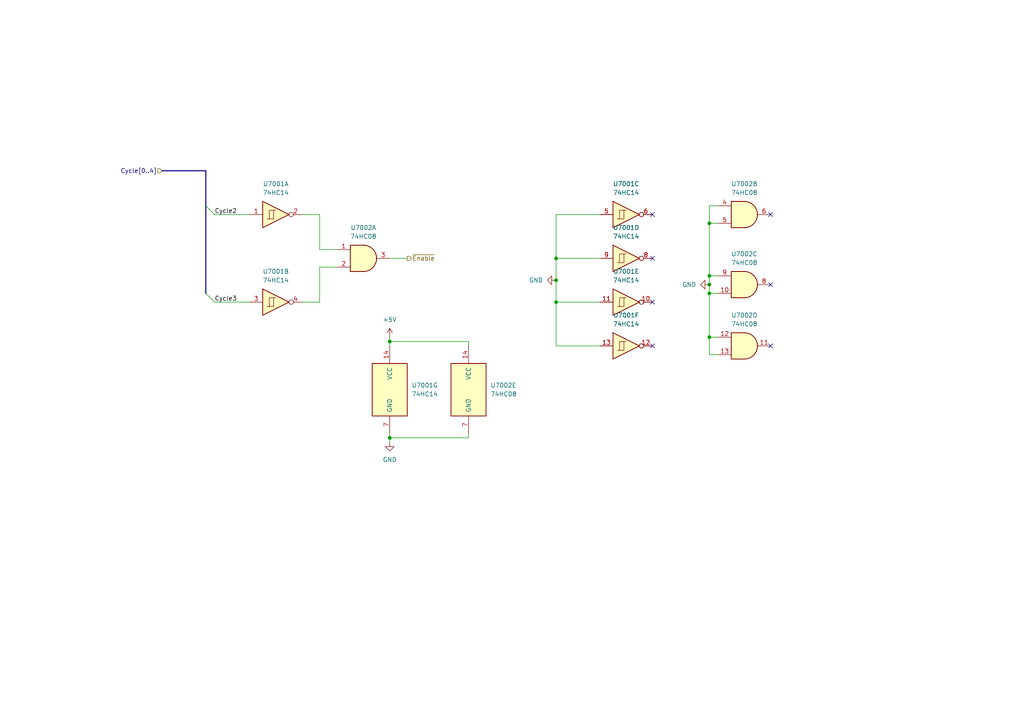
<source format=kicad_sch>
(kicad_sch (version 20231120) (generator "eeschema") (generator_version "8.0")
  (paper "A4")
  (lib_symbols
    (symbol "74xx:74HC14" (pin_names (offset 1.016))
      (property "Reference" "U" (at 0 1.27 0))
      (property "Value" "74HC14" (at 0 -1.27 0))
      (symbol "74HC14_1_0"
        (polyline (pts (xy -3.81 3.81) (xy -3.81 -3.81) (xy 3.81 0) (xy -3.81 3.81)) (stroke (width 0.254)) (fill (type background)))
        (pin input line (at -7.62 0 0) (length 3.81) (name "~") (number "1"))
        (pin output inverted (at 7.62 0 180) (length 3.81) (name "~") (number "2"))
      )
      (symbol "74HC14_1_1"
        (polyline (pts (xy -1.905 -1.27) (xy -1.905 1.27) (xy -0.635 1.27)))
        (polyline (pts (xy -2.54 -1.27) (xy -0.635 -1.27) (xy -0.635 1.27) (xy 0 1.27)))
      )
      (symbol "74HC14_2_0"
        (polyline (pts (xy -3.81 3.81) (xy -3.81 -3.81) (xy 3.81 0) (xy -3.81 3.81)) (stroke (width 0.254)) (fill (type background)))
        (pin input line (at -7.62 0 0) (length 3.81) (name "~") (number "3"))
        (pin output inverted (at 7.62 0 180) (length 3.81) (name "~") (number "4"))
      )
      (symbol "74HC14_2_1"
        (polyline (pts (xy -1.905 -1.27) (xy -1.905 1.27) (xy -0.635 1.27)))
        (polyline (pts (xy -2.54 -1.27) (xy -0.635 -1.27) (xy -0.635 1.27) (xy 0 1.27)))
      )
      (symbol "74HC14_3_0"
        (polyline (pts (xy -3.81 3.81) (xy -3.81 -3.81) (xy 3.81 0) (xy -3.81 3.81)) (stroke (width 0.254)) (fill (type background)))
        (pin input line (at -7.62 0 0) (length 3.81) (name "~") (number "5"))
        (pin output inverted (at 7.62 0 180) (length 3.81) (name "~") (number "6"))
      )
      (symbol "74HC14_3_1"
        (polyline (pts (xy -1.905 -1.27) (xy -1.905 1.27) (xy -0.635 1.27)))
        (polyline (pts (xy -2.54 -1.27) (xy -0.635 -1.27) (xy -0.635 1.27) (xy 0 1.27)))
      )
      (symbol "74HC14_4_0"
        (polyline (pts (xy -3.81 3.81) (xy -3.81 -3.81) (xy 3.81 0) (xy -3.81 3.81)) (stroke (width 0.254)) (fill (type background)))
        (pin output inverted (at 7.62 0 180) (length 3.81) (name "~") (number "8"))
        (pin input line (at -7.62 0 0) (length 3.81) (name "~") (number "9"))
      )
      (symbol "74HC14_4_1"
        (polyline (pts (xy -1.905 -1.27) (xy -1.905 1.27) (xy -0.635 1.27)))
        (polyline (pts (xy -2.54 -1.27) (xy -0.635 -1.27) (xy -0.635 1.27) (xy 0 1.27)))
      )
      (symbol "74HC14_5_0"
        (polyline (pts (xy -3.81 3.81) (xy -3.81 -3.81) (xy 3.81 0) (xy -3.81 3.81)) (stroke (width 0.254)) (fill (type background)))
        (pin output inverted (at 7.62 0 180) (length 3.81) (name "~") (number "10"))
        (pin input line (at -7.62 0 0) (length 3.81) (name "~") (number "11"))
      )
      (symbol "74HC14_5_1"
        (polyline (pts (xy -1.905 -1.27) (xy -1.905 1.27) (xy -0.635 1.27)))
        (polyline (pts (xy -2.54 -1.27) (xy -0.635 -1.27) (xy -0.635 1.27) (xy 0 1.27)))
      )
      (symbol "74HC14_6_0"
        (polyline (pts (xy -3.81 3.81) (xy -3.81 -3.81) (xy 3.81 0) (xy -3.81 3.81)) (stroke (width 0.254)) (fill (type background)))
        (pin output inverted (at 7.62 0 180) (length 3.81) (name "~") (number "12"))
        (pin input line (at -7.62 0 0) (length 3.81) (name "~") (number "13"))
      )
      (symbol "74HC14_6_1"
        (polyline (pts (xy -1.905 -1.27) (xy -1.905 1.27) (xy -0.635 1.27)))
        (polyline (pts (xy -2.54 -1.27) (xy -0.635 -1.27) (xy -0.635 1.27) (xy 0 1.27)))
      )
      (symbol "74HC14_7_0"
        (pin power_in line (at 0 12.7 270) (length 5.08) (name "VCC") (number "14"))
        (pin power_in line (at 0 -12.7 90) (length 5.08) (name "GND") (number "7"))
      )
      (symbol "74HC14_7_1"
        (rectangle (start -5.08 7.62) (end 5.08 -7.62) (stroke (width 0.254)) (fill (type background)))
      )
    )
    (symbol "74xx:74LS08" (pin_names (offset 1.016))
      (property "Reference" "U" (at 0 1.27 0))
      (property "Value" "74LS08" (at 0 -1.27 0))
      (symbol "74LS08_1_1"
        (arc (start 0 -3.81) (mid 3.7934 0) (end 0 3.81) (stroke (width 0.254)) (fill (type background)))
        (polyline (pts (xy 0 3.81) (xy -3.81 3.81) (xy -3.81 -3.81) (xy 0 -3.81)) (stroke (width 0.254)) (fill (type background)))
        (pin input line (at -7.62 2.54 0) (length 3.81) (name "~") (number "1"))
        (pin input line (at -7.62 -2.54 0) (length 3.81) (name "~") (number "2"))
        (pin output line (at 7.62 0 180) (length 3.81) (name "~") (number "3"))
      )
      (symbol "74LS08_1_2"
        (arc (start -3.81 -3.81) (mid -2.589 0) (end -3.81 3.81) (stroke (width 0.254)))
        (arc (start -0.6096 -3.81) (mid 2.1842 -2.5851) (end 3.81 0) (stroke (width 0.254)) (fill (type background)))
        (polyline (pts (xy -3.81 -3.81) (xy -0.635 -3.81)) (stroke (width 0.254)) (fill (type background)))
        (polyline (pts (xy -3.81 3.81) (xy -0.635 3.81)) (stroke (width 0.254)) (fill (type background)))
        (polyline (pts (xy -0.635 3.81) (xy -3.81 3.81) (xy -3.81 3.81) (xy -3.556 3.4036) (xy -3.0226 2.2606) (xy -2.6924 1.0414) (xy -2.6162 -0.254) (xy -2.7686 -1.4986) (xy -3.175 -2.7178) (xy -3.81 -3.81) (xy -3.81 -3.81) (xy -0.635 -3.81)) (stroke (width -25.4)) (fill (type background)))
        (arc (start 3.81 0) (mid 2.1915 2.5936) (end -0.6096 3.81) (stroke (width 0.254)) (fill (type background)))
        (pin input inverted (at -7.62 2.54 0) (length 4.318) (name "~") (number "1"))
        (pin input inverted (at -7.62 -2.54 0) (length 4.318) (name "~") (number "2"))
        (pin output inverted (at 7.62 0 180) (length 3.81) (name "~") (number "3"))
      )
      (symbol "74LS08_2_1"
        (arc (start 0 -3.81) (mid 3.7934 0) (end 0 3.81) (stroke (width 0.254)) (fill (type background)))
        (polyline (pts (xy 0 3.81) (xy -3.81 3.81) (xy -3.81 -3.81) (xy 0 -3.81)) (stroke (width 0.254)) (fill (type background)))
        (pin input line (at -7.62 2.54 0) (length 3.81) (name "~") (number "4"))
        (pin input line (at -7.62 -2.54 0) (length 3.81) (name "~") (number "5"))
        (pin output line (at 7.62 0 180) (length 3.81) (name "~") (number "6"))
      )
      (symbol "74LS08_2_2"
        (arc (start -3.81 -3.81) (mid -2.589 0) (end -3.81 3.81) (stroke (width 0.254)))
        (arc (start -0.6096 -3.81) (mid 2.1842 -2.5851) (end 3.81 0) (stroke (width 0.254)) (fill (type background)))
        (polyline (pts (xy -3.81 -3.81) (xy -0.635 -3.81)) (stroke (width 0.254)) (fill (type background)))
        (polyline (pts (xy -3.81 3.81) (xy -0.635 3.81)) (stroke (width 0.254)) (fill (type background)))
        (polyline (pts (xy -0.635 3.81) (xy -3.81 3.81) (xy -3.81 3.81) (xy -3.556 3.4036) (xy -3.0226 2.2606) (xy -2.6924 1.0414) (xy -2.6162 -0.254) (xy -2.7686 -1.4986) (xy -3.175 -2.7178) (xy -3.81 -3.81) (xy -3.81 -3.81) (xy -0.635 -3.81)) (stroke (width -25.4)) (fill (type background)))
        (arc (start 3.81 0) (mid 2.1915 2.5936) (end -0.6096 3.81) (stroke (width 0.254)) (fill (type background)))
        (pin input inverted (at -7.62 2.54 0) (length 4.318) (name "~") (number "4"))
        (pin input inverted (at -7.62 -2.54 0) (length 4.318) (name "~") (number "5"))
        (pin output inverted (at 7.62 0 180) (length 3.81) (name "~") (number "6"))
      )
      (symbol "74LS08_3_1"
        (arc (start 0 -3.81) (mid 3.7934 0) (end 0 3.81) (stroke (width 0.254)) (fill (type background)))
        (polyline (pts (xy 0 3.81) (xy -3.81 3.81) (xy -3.81 -3.81) (xy 0 -3.81)) (stroke (width 0.254)) (fill (type background)))
        (pin input line (at -7.62 -2.54 0) (length 3.81) (name "~") (number "10"))
        (pin output line (at 7.62 0 180) (length 3.81) (name "~") (number "8"))
        (pin input line (at -7.62 2.54 0) (length 3.81) (name "~") (number "9"))
      )
      (symbol "74LS08_3_2"
        (arc (start -3.81 -3.81) (mid -2.589 0) (end -3.81 3.81) (stroke (width 0.254)))
        (arc (start -0.6096 -3.81) (mid 2.1842 -2.5851) (end 3.81 0) (stroke (width 0.254)) (fill (type background)))
        (polyline (pts (xy -3.81 -3.81) (xy -0.635 -3.81)) (stroke (width 0.254)) (fill (type background)))
        (polyline (pts (xy -3.81 3.81) (xy -0.635 3.81)) (stroke (width 0.254)) (fill (type background)))
        (polyline (pts (xy -0.635 3.81) (xy -3.81 3.81) (xy -3.81 3.81) (xy -3.556 3.4036) (xy -3.0226 2.2606) (xy -2.6924 1.0414) (xy -2.6162 -0.254) (xy -2.7686 -1.4986) (xy -3.175 -2.7178) (xy -3.81 -3.81) (xy -3.81 -3.81) (xy -0.635 -3.81)) (stroke (width -25.4)) (fill (type background)))
        (arc (start 3.81 0) (mid 2.1915 2.5936) (end -0.6096 3.81) (stroke (width 0.254)) (fill (type background)))
        (pin input inverted (at -7.62 -2.54 0) (length 4.318) (name "~") (number "10"))
        (pin output inverted (at 7.62 0 180) (length 3.81) (name "~") (number "8"))
        (pin input inverted (at -7.62 2.54 0) (length 4.318) (name "~") (number "9"))
      )
      (symbol "74LS08_4_1"
        (arc (start 0 -3.81) (mid 3.7934 0) (end 0 3.81) (stroke (width 0.254)) (fill (type background)))
        (polyline (pts (xy 0 3.81) (xy -3.81 3.81) (xy -3.81 -3.81) (xy 0 -3.81)) (stroke (width 0.254)) (fill (type background)))
        (pin output line (at 7.62 0 180) (length 3.81) (name "~") (number "11"))
        (pin input line (at -7.62 2.54 0) (length 3.81) (name "~") (number "12"))
        (pin input line (at -7.62 -2.54 0) (length 3.81) (name "~") (number "13"))
      )
      (symbol "74LS08_4_2"
        (arc (start -3.81 -3.81) (mid -2.589 0) (end -3.81 3.81) (stroke (width 0.254)))
        (arc (start -0.6096 -3.81) (mid 2.1842 -2.5851) (end 3.81 0) (stroke (width 0.254)) (fill (type background)))
        (polyline (pts (xy -3.81 -3.81) (xy -0.635 -3.81)) (stroke (width 0.254)) (fill (type background)))
        (polyline (pts (xy -3.81 3.81) (xy -0.635 3.81)) (stroke (width 0.254)) (fill (type background)))
        (polyline (pts (xy -0.635 3.81) (xy -3.81 3.81) (xy -3.81 3.81) (xy -3.556 3.4036) (xy -3.0226 2.2606) (xy -2.6924 1.0414) (xy -2.6162 -0.254) (xy -2.7686 -1.4986) (xy -3.175 -2.7178) (xy -3.81 -3.81) (xy -3.81 -3.81) (xy -0.635 -3.81)) (stroke (width -25.4)) (fill (type background)))
        (arc (start 3.81 0) (mid 2.1915 2.5936) (end -0.6096 3.81) (stroke (width 0.254)) (fill (type background)))
        (pin output inverted (at 7.62 0 180) (length 3.81) (name "~") (number "11"))
        (pin input inverted (at -7.62 2.54 0) (length 4.318) (name "~") (number "12"))
        (pin input inverted (at -7.62 -2.54 0) (length 4.318) (name "~") (number "13"))
      )
      (symbol "74LS08_5_0"
        (pin power_in line (at 0 12.7 270) (length 5.08) (name "VCC") (number "14"))
        (pin power_in line (at 0 -12.7 90) (length 5.08) (name "GND") (number "7"))
      )
      (symbol "74LS08_5_1"
        (rectangle (start -5.08 7.62) (end 5.08 -7.62) (stroke (width 0.254)) (fill (type background)))
      )
    )
    (symbol "power:+5V" (power) (pin_numbers hide) (pin_names (offset 0) hide)
      (property "Value" "+5V" (at 0 3.556 0))
      (symbol "+5V_0_1"
        (polyline (pts (xy -0.762 1.27) (xy 0 2.54)))
        (polyline (pts (xy 0 0) (xy 0 2.54)))
        (polyline (pts (xy 0 2.54) (xy 0.762 1.27)))
      )
      (symbol "+5V_1_1"
        (pin power_in line (at 0 0 90) (length 0) (name "~") (number "1"))
      )
    )
    (symbol "power:GND" (power) (pin_numbers hide) (pin_names (offset 0) hide)
      (property "Value" "GND" (at 0 -3.81 0))
      (symbol "GND_0_1"
        (polyline (pts (xy 0 0) (xy 0 -1.27) (xy 1.27 -1.27) (xy 0 -2.54) (xy -1.27 -1.27) (xy 0 -1.27)))
      )
      (symbol "GND_1_1"
        (pin power_in line (at 0 0 270) (length 0) (name "~") (number "1"))
      )
    )
  )
  (junction (at 205.74 82.55))
  (junction (at 113.03 99.06))
  (junction (at 161.29 74.93))
  (junction (at 113.03 127))
  (junction (at 205.74 97.79))
  (junction (at 161.29 87.63))
  (junction (at 161.29 81.28))
  (junction (at 205.74 80.01))
  (junction (at 205.74 85.09))
  (junction (at 205.74 64.77))
  (no_connect (at 189.23 87.63))
  (no_connect (at 223.52 62.23))
  (no_connect (at 189.23 74.93))
  (no_connect (at 223.52 82.55))
  (no_connect (at 189.23 100.33))
  (no_connect (at 189.23 62.23))
  (no_connect (at 223.52 100.33))
  (bus_entry (at 59.69 85.09) (size 2.54 2.54))
  (bus_entry (at 59.69 59.69) (size 2.54 2.54))
  (wire (pts (xy 205.74 64.77) (xy 208.28 64.77)))
  (wire (pts (xy 113.03 99.06) (xy 135.89 99.06)))
  (wire (pts (xy 205.74 59.69) (xy 208.28 59.69)))
  (wire (pts (xy 87.63 62.23) (xy 92.71 62.23)))
  (bus (pts (xy 46.99 49.53) (xy 59.69 49.53)))
  (wire (pts (xy 113.03 127) (xy 113.03 128.27)))
  (wire (pts (xy 161.29 81.28) (xy 161.29 87.63)))
  (wire (pts (xy 113.03 125.73) (xy 113.03 127)))
  (wire (pts (xy 161.29 74.93) (xy 173.99 74.93)))
  (wire (pts (xy 92.71 77.47) (xy 97.79 77.47)))
  (wire (pts (xy 205.74 102.87) (xy 205.74 97.79)))
  (wire (pts (xy 205.74 80.01) (xy 208.28 80.01)))
  (wire (pts (xy 161.29 74.93) (xy 161.29 81.28)))
  (wire (pts (xy 205.74 64.77) (xy 205.74 59.69)))
  (wire (pts (xy 113.03 97.79) (xy 113.03 99.06)))
  (wire (pts (xy 135.89 127) (xy 135.89 125.73)))
  (wire (pts (xy 205.74 85.09) (xy 205.74 82.55)))
  (wire (pts (xy 173.99 62.23) (xy 161.29 62.23)))
  (wire (pts (xy 161.29 62.23) (xy 161.29 74.93)))
  (wire (pts (xy 205.74 82.55) (xy 205.74 80.01)))
  (wire (pts (xy 161.29 87.63) (xy 173.99 87.63)))
  (wire (pts (xy 205.74 97.79) (xy 208.28 97.79)))
  (wire (pts (xy 62.23 62.23) (xy 72.39 62.23)))
  (wire (pts (xy 113.03 127) (xy 135.89 127)))
  (wire (pts (xy 87.63 87.63) (xy 92.71 87.63)))
  (wire (pts (xy 62.23 87.63) (xy 72.39 87.63)))
  (wire (pts (xy 205.74 80.01) (xy 205.74 64.77)))
  (wire (pts (xy 113.03 99.06) (xy 113.03 100.33)))
  (wire (pts (xy 92.71 62.23) (xy 92.71 72.39)))
  (wire (pts (xy 205.74 85.09) (xy 208.28 85.09)))
  (bus (pts (xy 59.69 49.53) (xy 59.69 59.69)))
  (wire (pts (xy 113.03 74.93) (xy 118.11 74.93)))
  (wire (pts (xy 205.74 97.79) (xy 205.74 85.09)))
  (wire (pts (xy 92.71 87.63) (xy 92.71 77.47)))
  (wire (pts (xy 161.29 87.63) (xy 161.29 100.33)))
  (wire (pts (xy 208.28 102.87) (xy 205.74 102.87)))
  (bus (pts (xy 59.69 59.69) (xy 59.69 85.09)))
  (wire (pts (xy 135.89 99.06) (xy 135.89 100.33)))
  (wire (pts (xy 92.71 72.39) (xy 97.79 72.39)))
  (wire (pts (xy 161.29 100.33) (xy 173.99 100.33)))
  (label "Cycle2" (at 62.23 62.23 0))
  (label "Cycle3" (at 62.23 87.63 0))
  (hierarchical_label "Cycle[0..4]" (shape input) (at 46.99 49.53 180))
  (hierarchical_label "~{Enable}" (shape output) (at 118.11 74.93 0))
  (symbol (lib_id "power:GND") (at 161.29 81.28 270) (unit 1)
    (property "Reference" "#PWR07004" (effects (hide yes)))
    (property "Value" "GND" (at 157.48 81.2799 90) (effects (justify right)))
    (property "Description" "Power symbol creates a global label with name \"GND\" , ground" (effects (hide yes)))
  )
  (symbol (lib_id "74xx:74HC14") (at 80.01 87.63 0) (unit 2)
    (property "Reference" "U7001" (at 80.01 78.74 0))
    (property "Value" "74HC14" (at 80.01 81.28 0))
    (property "Footprint" "Package_SO:SOIC-14_3.9x8.7mm_P1.27mm" (effects (hide yes)))
    (property "Datasheet" "https://www.lcsc.com/datasheet/lcsc_datasheet_2407241044_Nexperia-74HC14D-653_C5605.pdf" (effects (hide yes)))
    (property "Description" "Hex inverter schmitt trigger" (effects (hide yes)))
    (property "LCSC" "C5605" (effects (hide yes)))
  )
  (symbol (lib_id "74xx:74LS08") (at 105.41 74.93 0) (unit 1)
    (property "Reference" "U7002" (at 105.4017 66.04 0))
    (property "Value" "74HC08" (at 105.4017 68.58 0))
    (property "Footprint" "Package_SO:SOIC-14_3.9x8.7mm_P1.27mm" (effects (hide yes)))
    (property "Datasheet" "https://www.lcsc.com/datasheet/lcsc_datasheet_2407241044_Nexperia-74HC08D-653_C5593.pdf" (effects (hide yes)))
    (property "Description" "Quad And2" (effects (hide yes)))
    (property "LCSC" "C5593" (effects (hide yes)))
  )
  (symbol (lib_id "power:GND") (at 205.74 82.55 270) (unit 1)
    (property "Reference" "#PWR07005" (effects (hide yes)))
    (property "Value" "GND" (at 201.93 82.5499 90) (effects (justify right)))
    (property "Description" "Power symbol creates a global label with name \"GND\" , ground" (effects (hide yes)))
  )
  (symbol (lib_id "74xx:74LS08") (at 135.89 113.03 0) (unit 5)
    (property "Reference" "U7002" (at 142.24 111.7599 0) (effects (justify left)))
    (property "Value" "74HC08" (at 142.24 114.2999 0) (effects (justify left)))
    (property "Footprint" "Package_SO:SOIC-14_3.9x8.7mm_P1.27mm" (effects (hide yes)))
    (property "Datasheet" "https://www.lcsc.com/datasheet/lcsc_datasheet_2407241044_Nexperia-74HC08D-653_C5593.pdf" (effects (hide yes)))
    (property "Description" "Quad And2" (effects (hide yes)))
    (property "LCSC" "C5593" (effects (hide yes)))
  )
  (symbol (lib_id "power:+5V") (at 113.03 97.79 0) (unit 1)
    (property "Reference" "#PWR07001" (effects (hide yes)))
    (property "Value" "+5V" (at 113.03 92.71 0))
    (property "Description" "Power symbol creates a global label with name \"+5V\"" (effects (hide yes)))
  )
  (symbol (lib_id "74xx:74LS08") (at 215.9 82.55 0) (unit 3)
    (property "Reference" "U7002" (at 215.8917 73.66 0))
    (property "Value" "74HC08" (at 215.8917 76.2 0))
    (property "Footprint" "Package_SO:SOIC-14_3.9x8.7mm_P1.27mm" (effects (hide yes)))
    (property "Datasheet" "https://www.lcsc.com/datasheet/lcsc_datasheet_2407241044_Nexperia-74HC08D-653_C5593.pdf" (effects (hide yes)))
    (property "Description" "Quad And2" (effects (hide yes)))
    (property "LCSC" "C5593" (effects (hide yes)))
  )
  (symbol (lib_id "74xx:74LS08") (at 215.9 62.23 0) (unit 2)
    (property "Reference" "U7002" (at 215.8917 53.34 0))
    (property "Value" "74HC08" (at 215.8917 55.88 0))
    (property "Footprint" "Package_SO:SOIC-14_3.9x8.7mm_P1.27mm" (effects (hide yes)))
    (property "Datasheet" "https://www.lcsc.com/datasheet/lcsc_datasheet_2407241044_Nexperia-74HC08D-653_C5593.pdf" (effects (hide yes)))
    (property "Description" "Quad And2" (effects (hide yes)))
    (property "LCSC" "C5593" (effects (hide yes)))
  )
  (symbol (lib_id "74xx:74LS08") (at 215.9 100.33 0) (unit 4)
    (property "Reference" "U7002" (at 215.8917 91.44 0))
    (property "Value" "74HC08" (at 215.8917 93.98 0))
    (property "Footprint" "Package_SO:SOIC-14_3.9x8.7mm_P1.27mm" (effects (hide yes)))
    (property "Datasheet" "https://www.lcsc.com/datasheet/lcsc_datasheet_2407241044_Nexperia-74HC08D-653_C5593.pdf" (effects (hide yes)))
    (property "Description" "Quad And2" (effects (hide yes)))
    (property "LCSC" "C5593" (effects (hide yes)))
  )
  (symbol (lib_id "74xx:74HC14") (at 80.01 62.23 0) (unit 1)
    (property "Reference" "U7001" (at 80.01 53.34 0))
    (property "Value" "74HC14" (at 80.01 55.88 0))
    (property "Footprint" "Package_SO:SOIC-14_3.9x8.7mm_P1.27mm" (effects (hide yes)))
    (property "Datasheet" "https://www.lcsc.com/datasheet/lcsc_datasheet_2407241044_Nexperia-74HC14D-653_C5605.pdf" (effects (hide yes)))
    (property "Description" "Hex inverter schmitt trigger" (effects (hide yes)))
    (property "LCSC" "C5605" (effects (hide yes)))
  )
  (symbol (lib_id "74xx:74HC14") (at 113.03 113.03 0) (unit 7)
    (property "Reference" "U7001" (at 119.38 111.7599 0) (effects (justify left)))
    (property "Value" "74HC14" (at 119.38 114.2999 0) (effects (justify left)))
    (property "Footprint" "Package_SO:SOIC-14_3.9x8.7mm_P1.27mm" (effects (hide yes)))
    (property "Datasheet" "https://www.lcsc.com/datasheet/lcsc_datasheet_2407241044_Nexperia-74HC14D-653_C5605.pdf" (effects (hide yes)))
    (property "Description" "Hex inverter schmitt trigger" (effects (hide yes)))
    (property "LCSC" "C5605" (effects (hide yes)))
  )
  (symbol (lib_id "74xx:74HC14") (at 181.61 100.33 0) (unit 6)
    (property "Reference" "U7001" (at 181.61 91.44 0))
    (property "Value" "74HC14" (at 181.61 93.98 0))
    (property "Footprint" "Package_SO:SOIC-14_3.9x8.7mm_P1.27mm" (effects (hide yes)))
    (property "Datasheet" "https://www.lcsc.com/datasheet/lcsc_datasheet_2407241044_Nexperia-74HC14D-653_C5605.pdf" (effects (hide yes)))
    (property "Description" "Hex inverter schmitt trigger" (effects (hide yes)))
    (property "LCSC" "C5605" (effects (hide yes)))
  )
  (symbol (lib_id "power:GND") (at 113.03 128.27 0) (unit 1)
    (property "Reference" "#PWR07002" (effects (hide yes)))
    (property "Value" "GND" (at 113.03 133.35 0))
    (property "Description" "Power symbol creates a global label with name \"GND\" , ground" (effects (hide yes)))
  )
  (symbol (lib_id "74xx:74HC14") (at 181.61 87.63 0) (unit 5)
    (property "Reference" "U7001" (at 181.61 78.74 0))
    (property "Value" "74HC14" (at 181.61 81.28 0))
    (property "Footprint" "Package_SO:SOIC-14_3.9x8.7mm_P1.27mm" (effects (hide yes)))
    (property "Datasheet" "https://www.lcsc.com/datasheet/lcsc_datasheet_2407241044_Nexperia-74HC14D-653_C5605.pdf" (effects (hide yes)))
    (property "Description" "Hex inverter schmitt trigger" (effects (hide yes)))
    (property "LCSC" "C5605" (effects (hide yes)))
  )
  (symbol (lib_id "74xx:74HC14") (at 181.61 62.23 0) (unit 3)
    (property "Reference" "U7001" (at 181.61 53.34 0))
    (property "Value" "74HC14" (at 181.61 55.88 0))
    (property "Footprint" "Package_SO:SOIC-14_3.9x8.7mm_P1.27mm" (effects (hide yes)))
    (property "Datasheet" "https://www.lcsc.com/datasheet/lcsc_datasheet_2407241044_Nexperia-74HC14D-653_C5605.pdf" (effects (hide yes)))
    (property "Description" "Hex inverter schmitt trigger" (effects (hide yes)))
    (property "LCSC" "C5605" (effects (hide yes)))
  )
  (symbol (lib_id "74xx:74HC14") (at 181.61 74.93 0) (unit 4)
    (property "Reference" "U7001" (at 181.61 66.04 0))
    (property "Value" "74HC14" (at 181.61 68.58 0))
    (property "Footprint" "Package_SO:SOIC-14_3.9x8.7mm_P1.27mm" (effects (hide yes)))
    (property "Datasheet" "https://www.lcsc.com/datasheet/lcsc_datasheet_2407241044_Nexperia-74HC14D-653_C5605.pdf" (effects (hide yes)))
    (property "Description" "Hex inverter schmitt trigger" (effects (hide yes)))
    (property "LCSC" "C5605" (effects (hide yes)))
  )
)
</source>
